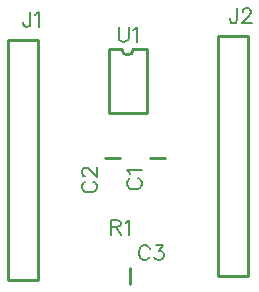
<source format=gbr>
G04 DipTrace 3.1.0.1*
G04 TopSilk.gbr*
%MOIN*%
G04 #@! TF.FileFunction,Legend,Top*
G04 #@! TF.Part,Single*
%ADD10C,0.009843*%
%ADD39C,0.00772*%
%FSLAX26Y26*%
G04*
G70*
G90*
G75*
G01*
G04 TopSilk*
%LPD*%
X918429Y885360D2*
D10*
X969571D1*
X768429D2*
X819571D1*
X852640Y468429D2*
Y519571D1*
X544002Y1281463D2*
X444000D1*
Y481537D1*
X544002D1*
Y1281463D1*
X1243991Y1293963D2*
X1143990D1*
Y494037D1*
X1243991D1*
Y1293963D1*
X781014Y1250300D2*
Y1037700D1*
X906986Y1250300D2*
Y1037700D1*
X781014D2*
X906986D1*
X781014Y1250300D2*
X824311D1*
X863689D2*
X906986D1*
X824311D2*
G03X863689Y1250300I19689J23D01*
G01*
X853188Y818702D2*
D39*
X848434Y816325D1*
X843626Y811517D1*
X841249Y806763D1*
Y797202D1*
X843626Y792393D1*
X848434Y787640D1*
X853188Y785208D1*
X860373Y782832D1*
X872366D1*
X879496Y785208D1*
X884304Y787640D1*
X889058Y792393D1*
X891489Y797202D1*
Y806763D1*
X889058Y811517D1*
X884304Y816325D1*
X879496Y818702D1*
X850866Y834141D2*
X848434Y838949D1*
X841305Y846134D1*
X891489D1*
X703188Y807952D2*
X698434Y805575D1*
X693626Y800767D1*
X691249Y796014D1*
Y786452D1*
X693626Y781643D1*
X698434Y776890D1*
X703188Y774458D1*
X710373Y772082D1*
X722366D1*
X729496Y774458D1*
X734304Y776890D1*
X739058Y781643D1*
X741489Y786452D1*
Y796013D1*
X739058Y800767D1*
X734304Y805575D1*
X729496Y807952D1*
X703243Y825823D2*
X700866D1*
X696058Y828199D1*
X693681Y830576D1*
X691305Y835384D1*
Y844946D1*
X693681Y849699D1*
X696058Y852076D1*
X700866Y854508D1*
X705620D1*
X710428Y852076D1*
X717558Y847323D1*
X741489Y823391D1*
Y856884D1*
X916986Y584812D2*
X914609Y589566D1*
X909801Y594374D1*
X905048Y596751D1*
X895486D1*
X890677Y594374D1*
X885924Y589566D1*
X883492Y584812D1*
X881116Y577627D1*
Y565634D1*
X883492Y558504D1*
X885924Y553696D1*
X890677Y548942D1*
X895486Y546511D1*
X905048D1*
X909801Y548942D1*
X914609Y553696D1*
X916986Y558504D1*
X937233Y596695D2*
X963486D1*
X949172Y577572D1*
X956357D1*
X961110Y575196D1*
X963486Y572819D1*
X965918Y565634D1*
Y560881D1*
X963486Y553696D1*
X958733Y548887D1*
X951548Y546511D1*
X944363D1*
X937233Y548887D1*
X934857Y551319D1*
X932425Y556072D1*
X519710Y1373621D2*
Y1335374D1*
X517334Y1328189D1*
X514902Y1325813D1*
X510148Y1323381D1*
X505340D1*
X500587Y1325813D1*
X498210Y1328189D1*
X495778Y1335374D1*
Y1340127D1*
X535149Y1364004D2*
X539958Y1366436D1*
X547143Y1373565D1*
Y1323381D1*
X1208950Y1386121D2*
Y1347874D1*
X1206573Y1340689D1*
X1204141Y1338313D1*
X1199388Y1335881D1*
X1194580D1*
X1189826Y1338313D1*
X1187450Y1340689D1*
X1185018Y1347874D1*
Y1352627D1*
X1226821Y1374127D2*
Y1376504D1*
X1229197Y1381312D1*
X1231574Y1383689D1*
X1236382Y1386065D1*
X1245944D1*
X1250697Y1383689D1*
X1253074Y1381312D1*
X1255506Y1376504D1*
Y1371751D1*
X1253074Y1366942D1*
X1248321Y1359812D1*
X1224389Y1335881D1*
X1257882D1*
X787946Y657071D2*
X809446D1*
X816631Y659503D1*
X819063Y661879D1*
X821440Y666633D1*
Y671441D1*
X819063Y676194D1*
X816631Y678626D1*
X809446Y681003D1*
X787946D1*
Y630763D1*
X804693Y657071D2*
X821440Y630763D1*
X836879Y671386D2*
X841687Y673818D1*
X848872Y680947D1*
Y630763D1*
X813537Y1323523D2*
Y1287653D1*
X815914Y1280468D1*
X820722Y1275715D1*
X827907Y1273283D1*
X832660D1*
X839845Y1275715D1*
X844654Y1280468D1*
X847030Y1287653D1*
Y1323523D1*
X862470Y1313906D2*
X867278Y1316338D1*
X874463Y1323468D1*
Y1273283D1*
M02*

</source>
